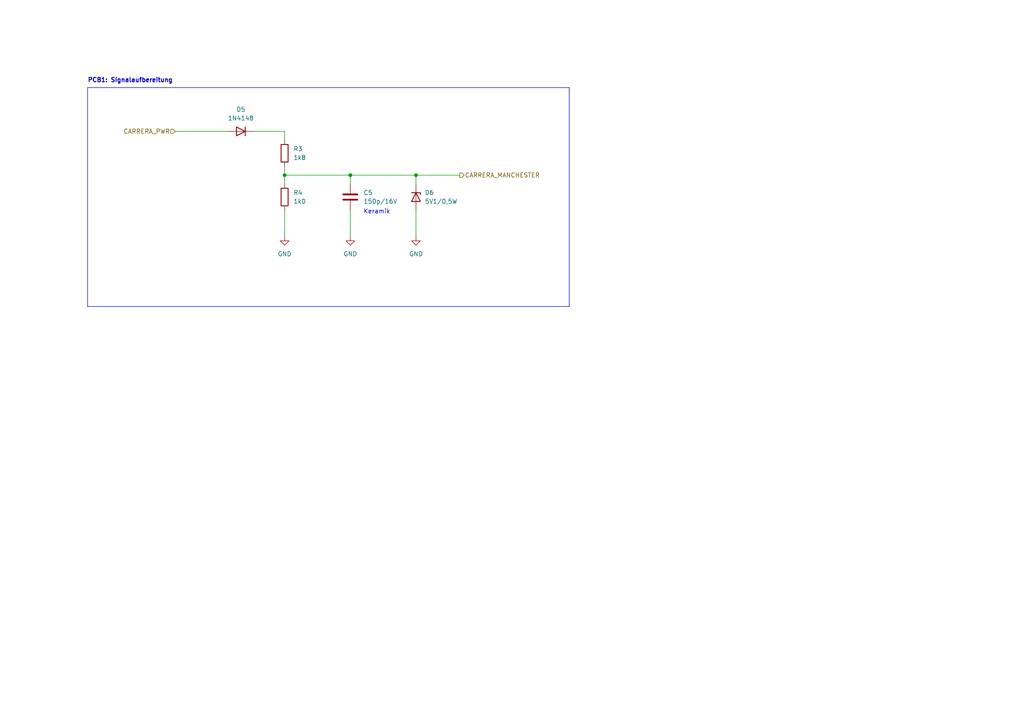
<source format=kicad_sch>
(kicad_sch
	(version 20231120)
	(generator "eeschema")
	(generator_version "8.0")
	(uuid "5f40ccf7-e463-4e25-82ad-9d425aaec523")
	(paper "A4")
	(title_block
		(title "Carrera Start-Ampel \"Bäre(n)keller\"")
		(date "2023-01-10")
		(rev "1.0")
		(company "Andreas Wahl - Welzheim")
		(comment 1 "https://www.andreas-wahl.de/")
		(comment 4 "LICENSE: Attribution-NonCommercial-NoDerivatives 4.0 International (CC BY-NC-ND 4.0) ")
	)
	(lib_symbols
		(symbol "Device:C"
			(pin_numbers hide)
			(pin_names
				(offset 0.254)
			)
			(exclude_from_sim no)
			(in_bom yes)
			(on_board yes)
			(property "Reference" "C"
				(at 0.635 2.54 0)
				(effects
					(font
						(size 1.27 1.27)
					)
					(justify left)
				)
			)
			(property "Value" "C"
				(at 0.635 -2.54 0)
				(effects
					(font
						(size 1.27 1.27)
					)
					(justify left)
				)
			)
			(property "Footprint" ""
				(at 0.9652 -3.81 0)
				(effects
					(font
						(size 1.27 1.27)
					)
					(hide yes)
				)
			)
			(property "Datasheet" "~"
				(at 0 0 0)
				(effects
					(font
						(size 1.27 1.27)
					)
					(hide yes)
				)
			)
			(property "Description" "Unpolarized capacitor"
				(at 0 0 0)
				(effects
					(font
						(size 1.27 1.27)
					)
					(hide yes)
				)
			)
			(property "ki_keywords" "cap capacitor"
				(at 0 0 0)
				(effects
					(font
						(size 1.27 1.27)
					)
					(hide yes)
				)
			)
			(property "ki_fp_filters" "C_*"
				(at 0 0 0)
				(effects
					(font
						(size 1.27 1.27)
					)
					(hide yes)
				)
			)
			(symbol "C_0_1"
				(polyline
					(pts
						(xy -2.032 -0.762) (xy 2.032 -0.762)
					)
					(stroke
						(width 0.508)
						(type default)
					)
					(fill
						(type none)
					)
				)
				(polyline
					(pts
						(xy -2.032 0.762) (xy 2.032 0.762)
					)
					(stroke
						(width 0.508)
						(type default)
					)
					(fill
						(type none)
					)
				)
			)
			(symbol "C_1_1"
				(pin passive line
					(at 0 3.81 270)
					(length 2.794)
					(name "~"
						(effects
							(font
								(size 1.27 1.27)
							)
						)
					)
					(number "1"
						(effects
							(font
								(size 1.27 1.27)
							)
						)
					)
				)
				(pin passive line
					(at 0 -3.81 90)
					(length 2.794)
					(name "~"
						(effects
							(font
								(size 1.27 1.27)
							)
						)
					)
					(number "2"
						(effects
							(font
								(size 1.27 1.27)
							)
						)
					)
				)
			)
		)
		(symbol "Device:D"
			(pin_numbers hide)
			(pin_names
				(offset 1.016) hide)
			(exclude_from_sim no)
			(in_bom yes)
			(on_board yes)
			(property "Reference" "D"
				(at 0 2.54 0)
				(effects
					(font
						(size 1.27 1.27)
					)
				)
			)
			(property "Value" "D"
				(at 0 -2.54 0)
				(effects
					(font
						(size 1.27 1.27)
					)
				)
			)
			(property "Footprint" ""
				(at 0 0 0)
				(effects
					(font
						(size 1.27 1.27)
					)
					(hide yes)
				)
			)
			(property "Datasheet" "~"
				(at 0 0 0)
				(effects
					(font
						(size 1.27 1.27)
					)
					(hide yes)
				)
			)
			(property "Description" "Diode"
				(at 0 0 0)
				(effects
					(font
						(size 1.27 1.27)
					)
					(hide yes)
				)
			)
			(property "Sim.Device" "D"
				(at 0 0 0)
				(effects
					(font
						(size 1.27 1.27)
					)
					(hide yes)
				)
			)
			(property "Sim.Pins" "1=K 2=A"
				(at 0 0 0)
				(effects
					(font
						(size 1.27 1.27)
					)
					(hide yes)
				)
			)
			(property "ki_keywords" "diode"
				(at 0 0 0)
				(effects
					(font
						(size 1.27 1.27)
					)
					(hide yes)
				)
			)
			(property "ki_fp_filters" "TO-???* *_Diode_* *SingleDiode* D_*"
				(at 0 0 0)
				(effects
					(font
						(size 1.27 1.27)
					)
					(hide yes)
				)
			)
			(symbol "D_0_1"
				(polyline
					(pts
						(xy -1.27 1.27) (xy -1.27 -1.27)
					)
					(stroke
						(width 0.254)
						(type default)
					)
					(fill
						(type none)
					)
				)
				(polyline
					(pts
						(xy 1.27 0) (xy -1.27 0)
					)
					(stroke
						(width 0)
						(type default)
					)
					(fill
						(type none)
					)
				)
				(polyline
					(pts
						(xy 1.27 1.27) (xy 1.27 -1.27) (xy -1.27 0) (xy 1.27 1.27)
					)
					(stroke
						(width 0.254)
						(type default)
					)
					(fill
						(type none)
					)
				)
			)
			(symbol "D_1_1"
				(pin passive line
					(at -3.81 0 0)
					(length 2.54)
					(name "K"
						(effects
							(font
								(size 1.27 1.27)
							)
						)
					)
					(number "1"
						(effects
							(font
								(size 1.27 1.27)
							)
						)
					)
				)
				(pin passive line
					(at 3.81 0 180)
					(length 2.54)
					(name "A"
						(effects
							(font
								(size 1.27 1.27)
							)
						)
					)
					(number "2"
						(effects
							(font
								(size 1.27 1.27)
							)
						)
					)
				)
			)
		)
		(symbol "Device:D_Zener"
			(pin_numbers hide)
			(pin_names
				(offset 1.016) hide)
			(exclude_from_sim no)
			(in_bom yes)
			(on_board yes)
			(property "Reference" "D"
				(at 0 2.54 0)
				(effects
					(font
						(size 1.27 1.27)
					)
				)
			)
			(property "Value" "D_Zener"
				(at 0 -2.54 0)
				(effects
					(font
						(size 1.27 1.27)
					)
				)
			)
			(property "Footprint" ""
				(at 0 0 0)
				(effects
					(font
						(size 1.27 1.27)
					)
					(hide yes)
				)
			)
			(property "Datasheet" "~"
				(at 0 0 0)
				(effects
					(font
						(size 1.27 1.27)
					)
					(hide yes)
				)
			)
			(property "Description" "Zener diode"
				(at 0 0 0)
				(effects
					(font
						(size 1.27 1.27)
					)
					(hide yes)
				)
			)
			(property "ki_keywords" "diode"
				(at 0 0 0)
				(effects
					(font
						(size 1.27 1.27)
					)
					(hide yes)
				)
			)
			(property "ki_fp_filters" "TO-???* *_Diode_* *SingleDiode* D_*"
				(at 0 0 0)
				(effects
					(font
						(size 1.27 1.27)
					)
					(hide yes)
				)
			)
			(symbol "D_Zener_0_1"
				(polyline
					(pts
						(xy 1.27 0) (xy -1.27 0)
					)
					(stroke
						(width 0)
						(type default)
					)
					(fill
						(type none)
					)
				)
				(polyline
					(pts
						(xy -1.27 -1.27) (xy -1.27 1.27) (xy -0.762 1.27)
					)
					(stroke
						(width 0.254)
						(type default)
					)
					(fill
						(type none)
					)
				)
				(polyline
					(pts
						(xy 1.27 -1.27) (xy 1.27 1.27) (xy -1.27 0) (xy 1.27 -1.27)
					)
					(stroke
						(width 0.254)
						(type default)
					)
					(fill
						(type none)
					)
				)
			)
			(symbol "D_Zener_1_1"
				(pin passive line
					(at -3.81 0 0)
					(length 2.54)
					(name "K"
						(effects
							(font
								(size 1.27 1.27)
							)
						)
					)
					(number "1"
						(effects
							(font
								(size 1.27 1.27)
							)
						)
					)
				)
				(pin passive line
					(at 3.81 0 180)
					(length 2.54)
					(name "A"
						(effects
							(font
								(size 1.27 1.27)
							)
						)
					)
					(number "2"
						(effects
							(font
								(size 1.27 1.27)
							)
						)
					)
				)
			)
		)
		(symbol "Device:R"
			(pin_numbers hide)
			(pin_names
				(offset 0)
			)
			(exclude_from_sim no)
			(in_bom yes)
			(on_board yes)
			(property "Reference" "R"
				(at 2.032 0 90)
				(effects
					(font
						(size 1.27 1.27)
					)
				)
			)
			(property "Value" "R"
				(at 0 0 90)
				(effects
					(font
						(size 1.27 1.27)
					)
				)
			)
			(property "Footprint" ""
				(at -1.778 0 90)
				(effects
					(font
						(size 1.27 1.27)
					)
					(hide yes)
				)
			)
			(property "Datasheet" "~"
				(at 0 0 0)
				(effects
					(font
						(size 1.27 1.27)
					)
					(hide yes)
				)
			)
			(property "Description" "Resistor"
				(at 0 0 0)
				(effects
					(font
						(size 1.27 1.27)
					)
					(hide yes)
				)
			)
			(property "ki_keywords" "R res resistor"
				(at 0 0 0)
				(effects
					(font
						(size 1.27 1.27)
					)
					(hide yes)
				)
			)
			(property "ki_fp_filters" "R_*"
				(at 0 0 0)
				(effects
					(font
						(size 1.27 1.27)
					)
					(hide yes)
				)
			)
			(symbol "R_0_1"
				(rectangle
					(start -1.016 -2.54)
					(end 1.016 2.54)
					(stroke
						(width 0.254)
						(type default)
					)
					(fill
						(type none)
					)
				)
			)
			(symbol "R_1_1"
				(pin passive line
					(at 0 3.81 270)
					(length 1.27)
					(name "~"
						(effects
							(font
								(size 1.27 1.27)
							)
						)
					)
					(number "1"
						(effects
							(font
								(size 1.27 1.27)
							)
						)
					)
				)
				(pin passive line
					(at 0 -3.81 90)
					(length 1.27)
					(name "~"
						(effects
							(font
								(size 1.27 1.27)
							)
						)
					)
					(number "2"
						(effects
							(font
								(size 1.27 1.27)
							)
						)
					)
				)
			)
		)
		(symbol "power:GND"
			(power)
			(pin_names
				(offset 0)
			)
			(exclude_from_sim no)
			(in_bom yes)
			(on_board yes)
			(property "Reference" "#PWR"
				(at 0 -6.35 0)
				(effects
					(font
						(size 1.27 1.27)
					)
					(hide yes)
				)
			)
			(property "Value" "GND"
				(at 0 -3.81 0)
				(effects
					(font
						(size 1.27 1.27)
					)
				)
			)
			(property "Footprint" ""
				(at 0 0 0)
				(effects
					(font
						(size 1.27 1.27)
					)
					(hide yes)
				)
			)
			(property "Datasheet" ""
				(at 0 0 0)
				(effects
					(font
						(size 1.27 1.27)
					)
					(hide yes)
				)
			)
			(property "Description" "Power symbol creates a global label with name \"GND\" , ground"
				(at 0 0 0)
				(effects
					(font
						(size 1.27 1.27)
					)
					(hide yes)
				)
			)
			(property "ki_keywords" "global power"
				(at 0 0 0)
				(effects
					(font
						(size 1.27 1.27)
					)
					(hide yes)
				)
			)
			(symbol "GND_0_1"
				(polyline
					(pts
						(xy 0 0) (xy 0 -1.27) (xy 1.27 -1.27) (xy 0 -2.54) (xy -1.27 -1.27) (xy 0 -1.27)
					)
					(stroke
						(width 0)
						(type default)
					)
					(fill
						(type none)
					)
				)
			)
			(symbol "GND_1_1"
				(pin power_in line
					(at 0 0 270)
					(length 0) hide
					(name "GND"
						(effects
							(font
								(size 1.27 1.27)
							)
						)
					)
					(number "1"
						(effects
							(font
								(size 1.27 1.27)
							)
						)
					)
				)
			)
		)
	)
	(junction
		(at 101.6 50.8)
		(diameter 0)
		(color 0 0 0 0)
		(uuid "30c92c86-94b2-462c-a22e-a86c921adbf6")
	)
	(junction
		(at 82.55 50.8)
		(diameter 0)
		(color 0 0 0 0)
		(uuid "39e7acb8-6926-4925-b8df-245c91ea36a5")
	)
	(junction
		(at 120.65 50.8)
		(diameter 0)
		(color 0 0 0 0)
		(uuid "46746f9f-477d-412a-abfd-e533dd36ed7b")
	)
	(wire
		(pts
			(xy 82.55 38.1) (xy 82.55 40.64)
		)
		(stroke
			(width 0)
			(type default)
		)
		(uuid "0e076bfc-5c46-45a3-8c05-162cf1a54f8c")
	)
	(polyline
		(pts
			(xy 25.4 25.4) (xy 25.4 88.9)
		)
		(stroke
			(width 0)
			(type default)
		)
		(uuid "38bc7c44-44a9-4a0d-9d0e-46976480ab70")
	)
	(polyline
		(pts
			(xy 25.4 25.4) (xy 165.1 25.4)
		)
		(stroke
			(width 0)
			(type default)
		)
		(uuid "401c7ee3-ebf0-4507-8856-ff8db24d179b")
	)
	(wire
		(pts
			(xy 101.6 60.96) (xy 101.6 68.58)
		)
		(stroke
			(width 0)
			(type default)
		)
		(uuid "481c15a1-ccce-487a-abaa-267ff2f2600f")
	)
	(wire
		(pts
			(xy 82.55 50.8) (xy 82.55 53.34)
		)
		(stroke
			(width 0)
			(type default)
		)
		(uuid "5f8321fe-8d08-4e61-8a5b-0fc2781a9471")
	)
	(wire
		(pts
			(xy 120.65 50.8) (xy 120.65 53.34)
		)
		(stroke
			(width 0)
			(type default)
		)
		(uuid "65b4dc2a-359a-4030-9962-a5c7d76e38b6")
	)
	(wire
		(pts
			(xy 101.6 50.8) (xy 120.65 50.8)
		)
		(stroke
			(width 0)
			(type default)
		)
		(uuid "6c80941f-b775-4286-ad80-d98f1530549f")
	)
	(wire
		(pts
			(xy 120.65 60.96) (xy 120.65 68.58)
		)
		(stroke
			(width 0)
			(type default)
		)
		(uuid "7664434e-0d57-493a-a611-a3f2c112e463")
	)
	(wire
		(pts
			(xy 101.6 50.8) (xy 101.6 53.34)
		)
		(stroke
			(width 0)
			(type default)
		)
		(uuid "7b50fe70-61b2-448d-b569-035bdd152d4b")
	)
	(wire
		(pts
			(xy 82.55 48.26) (xy 82.55 50.8)
		)
		(stroke
			(width 0)
			(type default)
		)
		(uuid "802775a0-a3d4-4a85-9557-6b46fae48d3d")
	)
	(wire
		(pts
			(xy 82.55 60.96) (xy 82.55 68.58)
		)
		(stroke
			(width 0)
			(type default)
		)
		(uuid "a15ed2ce-6bd3-4898-9b77-b49e64badcfe")
	)
	(wire
		(pts
			(xy 73.66 38.1) (xy 82.55 38.1)
		)
		(stroke
			(width 0)
			(type default)
		)
		(uuid "aff1b9fe-0d8b-4116-8b9c-55f5dd2be08d")
	)
	(wire
		(pts
			(xy 120.65 50.8) (xy 133.35 50.8)
		)
		(stroke
			(width 0)
			(type default)
		)
		(uuid "c36eab9c-bce8-49ec-80fc-d8385c32235d")
	)
	(wire
		(pts
			(xy 50.8 38.1) (xy 66.04 38.1)
		)
		(stroke
			(width 0)
			(type default)
		)
		(uuid "d6243ef1-19e0-4d82-96d3-104f9dc0ed19")
	)
	(polyline
		(pts
			(xy 165.1 88.9) (xy 25.4 88.9)
		)
		(stroke
			(width 0)
			(type default)
		)
		(uuid "d730aaae-28a0-45d1-98e9-9e20a2edc133")
	)
	(polyline
		(pts
			(xy 165.1 25.4) (xy 165.1 88.9)
		)
		(stroke
			(width 0)
			(type default)
		)
		(uuid "d7b7e7a1-bdae-4ab8-9b55-27a3c8409cdc")
	)
	(wire
		(pts
			(xy 82.55 50.8) (xy 101.6 50.8)
		)
		(stroke
			(width 0)
			(type default)
		)
		(uuid "edb2bcc4-7c55-4837-9b64-42480408b8f8")
	)
	(text "PCB1: Signalaufbereitung"
		(exclude_from_sim no)
		(at 25.4 24.13 0)
		(effects
			(font
				(size 1.27 1.27)
				(thickness 0.254)
				(bold yes)
			)
			(justify left bottom)
		)
		(uuid "4b770e47-fabb-4e76-93fa-d7617554c6d7")
	)
	(text "Keramik"
		(exclude_from_sim no)
		(at 105.41 62.23 0)
		(effects
			(font
				(size 1.27 1.27)
			)
			(justify left bottom)
		)
		(uuid "7f6fabc5-0bc3-42f1-83ce-fd9c102a7aac")
	)
	(hierarchical_label "CARRERA_MANCHESTER"
		(shape output)
		(at 133.35 50.8 0)
		(fields_autoplaced yes)
		(effects
			(font
				(size 1.27 1.27)
			)
			(justify left)
		)
		(uuid "12b6888b-0c40-455c-a9d4-ef35d7a1e301")
	)
	(hierarchical_label "CARRERA_PWR"
		(shape input)
		(at 50.8 38.1 180)
		(fields_autoplaced yes)
		(effects
			(font
				(size 1.27 1.27)
			)
			(justify right)
		)
		(uuid "5c988bb4-5bd0-44d5-8fdd-025abb49e96f")
	)
	(symbol
		(lib_id "power:GND")
		(at 101.6 68.58 0)
		(unit 1)
		(exclude_from_sim no)
		(in_bom yes)
		(on_board yes)
		(dnp no)
		(fields_autoplaced yes)
		(uuid "15209885-b3b3-41f8-bf2c-355f12c4156b")
		(property "Reference" "#PWR02"
			(at 101.6 74.93 0)
			(effects
				(font
					(size 1.27 1.27)
				)
				(hide yes)
			)
		)
		(property "Value" "GND"
			(at 101.6 73.66 0)
			(effects
				(font
					(size 1.27 1.27)
				)
			)
		)
		(property "Footprint" ""
			(at 101.6 68.58 0)
			(effects
				(font
					(size 1.27 1.27)
				)
				(hide yes)
			)
		)
		(property "Datasheet" ""
			(at 101.6 68.58 0)
			(effects
				(font
					(size 1.27 1.27)
				)
				(hide yes)
			)
		)
		(property "Description" ""
			(at 101.6 68.58 0)
			(effects
				(font
					(size 1.27 1.27)
				)
				(hide yes)
			)
		)
		(pin "1"
			(uuid "a75569c2-ed8d-4832-8fff-3e354cf822e3")
		)
		(instances
			(project "PCB1_Mainboard"
				(path "/8996c1d0-55fd-47da-9d43-474049ef0ba9/c898c771-4900-4588-aaea-04b913e73603"
					(reference "#PWR02")
					(unit 1)
				)
			)
			(project ""
				(path "/e63e39d7-6ac0-4ffd-8aa3-1841a4541b55/3c7225be-0e5f-435d-9f37-bd4538e8d536/c898c771-4900-4588-aaea-04b913e73603"
					(reference "#PWR02")
					(unit 1)
				)
			)
		)
	)
	(symbol
		(lib_id "Device:R")
		(at 82.55 57.15 0)
		(unit 1)
		(exclude_from_sim no)
		(in_bom yes)
		(on_board yes)
		(dnp no)
		(fields_autoplaced yes)
		(uuid "75f91af5-594e-4cbd-9ff8-083845cbd2f9")
		(property "Reference" "R4"
			(at 85.09 55.8799 0)
			(effects
				(font
					(size 1.27 1.27)
				)
				(justify left)
			)
		)
		(property "Value" "1k0"
			(at 85.09 58.4199 0)
			(effects
				(font
					(size 1.27 1.27)
				)
				(justify left)
			)
		)
		(property "Footprint" "Resistor_THT:R_Axial_DIN0207_L6.3mm_D2.5mm_P10.16mm_Horizontal"
			(at 80.772 57.15 90)
			(effects
				(font
					(size 1.27 1.27)
				)
				(hide yes)
			)
		)
		(property "Datasheet" "~"
			(at 82.55 57.15 0)
			(effects
				(font
					(size 1.27 1.27)
				)
				(hide yes)
			)
		)
		(property "Description" ""
			(at 82.55 57.15 0)
			(effects
				(font
					(size 1.27 1.27)
				)
				(hide yes)
			)
		)
		(pin "1"
			(uuid "de206323-40d1-4826-bc30-84bde22231fb")
		)
		(pin "2"
			(uuid "39e1b544-eb73-4417-9fb9-292c826defcf")
		)
		(instances
			(project "PCB1_Mainboard"
				(path "/8996c1d0-55fd-47da-9d43-474049ef0ba9/c898c771-4900-4588-aaea-04b913e73603"
					(reference "R4")
					(unit 1)
				)
			)
			(project ""
				(path "/e63e39d7-6ac0-4ffd-8aa3-1841a4541b55/3c7225be-0e5f-435d-9f37-bd4538e8d536/c898c771-4900-4588-aaea-04b913e73603"
					(reference "R4")
					(unit 1)
				)
			)
		)
	)
	(symbol
		(lib_id "power:GND")
		(at 120.65 68.58 0)
		(unit 1)
		(exclude_from_sim no)
		(in_bom yes)
		(on_board yes)
		(dnp no)
		(fields_autoplaced yes)
		(uuid "7c57f39e-2b66-4412-8067-2fdd64913243")
		(property "Reference" "#PWR03"
			(at 120.65 74.93 0)
			(effects
				(font
					(size 1.27 1.27)
				)
				(hide yes)
			)
		)
		(property "Value" "GND"
			(at 120.65 73.66 0)
			(effects
				(font
					(size 1.27 1.27)
				)
			)
		)
		(property "Footprint" ""
			(at 120.65 68.58 0)
			(effects
				(font
					(size 1.27 1.27)
				)
				(hide yes)
			)
		)
		(property "Datasheet" ""
			(at 120.65 68.58 0)
			(effects
				(font
					(size 1.27 1.27)
				)
				(hide yes)
			)
		)
		(property "Description" ""
			(at 120.65 68.58 0)
			(effects
				(font
					(size 1.27 1.27)
				)
				(hide yes)
			)
		)
		(pin "1"
			(uuid "d28e0652-b048-4fc5-b4f8-a3fb6ec1a3d0")
		)
		(instances
			(project "PCB1_Mainboard"
				(path "/8996c1d0-55fd-47da-9d43-474049ef0ba9/c898c771-4900-4588-aaea-04b913e73603"
					(reference "#PWR03")
					(unit 1)
				)
			)
			(project ""
				(path "/e63e39d7-6ac0-4ffd-8aa3-1841a4541b55/3c7225be-0e5f-435d-9f37-bd4538e8d536/c898c771-4900-4588-aaea-04b913e73603"
					(reference "#PWR03")
					(unit 1)
				)
			)
		)
	)
	(symbol
		(lib_id "Device:R")
		(at 82.55 44.45 0)
		(unit 1)
		(exclude_from_sim no)
		(in_bom yes)
		(on_board yes)
		(dnp no)
		(fields_autoplaced yes)
		(uuid "84e2ba9f-6dbc-4bbc-b8d6-f38320588bed")
		(property "Reference" "R3"
			(at 85.09 43.1799 0)
			(effects
				(font
					(size 1.27 1.27)
				)
				(justify left)
			)
		)
		(property "Value" "1k8"
			(at 85.09 45.7199 0)
			(effects
				(font
					(size 1.27 1.27)
				)
				(justify left)
			)
		)
		(property "Footprint" "Resistor_THT:R_Axial_DIN0207_L6.3mm_D2.5mm_P10.16mm_Horizontal"
			(at 80.772 44.45 90)
			(effects
				(font
					(size 1.27 1.27)
				)
				(hide yes)
			)
		)
		(property "Datasheet" "~"
			(at 82.55 44.45 0)
			(effects
				(font
					(size 1.27 1.27)
				)
				(hide yes)
			)
		)
		(property "Description" ""
			(at 82.55 44.45 0)
			(effects
				(font
					(size 1.27 1.27)
				)
				(hide yes)
			)
		)
		(pin "1"
			(uuid "9190a0cf-678a-4f93-8cc8-6e429a7af434")
		)
		(pin "2"
			(uuid "3bd7c090-9367-4239-af35-28cf57ab120c")
		)
		(instances
			(project "PCB1_Mainboard"
				(path "/8996c1d0-55fd-47da-9d43-474049ef0ba9/c898c771-4900-4588-aaea-04b913e73603"
					(reference "R3")
					(unit 1)
				)
			)
			(project ""
				(path "/e63e39d7-6ac0-4ffd-8aa3-1841a4541b55/3c7225be-0e5f-435d-9f37-bd4538e8d536/c898c771-4900-4588-aaea-04b913e73603"
					(reference "R3")
					(unit 1)
				)
			)
		)
	)
	(symbol
		(lib_id "power:GND")
		(at 82.55 68.58 0)
		(unit 1)
		(exclude_from_sim no)
		(in_bom yes)
		(on_board yes)
		(dnp no)
		(fields_autoplaced yes)
		(uuid "88d6fd3d-d6b6-466a-a480-774e1df1f4f0")
		(property "Reference" "#PWR01"
			(at 82.55 74.93 0)
			(effects
				(font
					(size 1.27 1.27)
				)
				(hide yes)
			)
		)
		(property "Value" "GND"
			(at 82.55 73.66 0)
			(effects
				(font
					(size 1.27 1.27)
				)
			)
		)
		(property "Footprint" ""
			(at 82.55 68.58 0)
			(effects
				(font
					(size 1.27 1.27)
				)
				(hide yes)
			)
		)
		(property "Datasheet" ""
			(at 82.55 68.58 0)
			(effects
				(font
					(size 1.27 1.27)
				)
				(hide yes)
			)
		)
		(property "Description" ""
			(at 82.55 68.58 0)
			(effects
				(font
					(size 1.27 1.27)
				)
				(hide yes)
			)
		)
		(pin "1"
			(uuid "56f12b82-9b38-4e05-8a91-3b782f3acd9d")
		)
		(instances
			(project "PCB1_Mainboard"
				(path "/8996c1d0-55fd-47da-9d43-474049ef0ba9/c898c771-4900-4588-aaea-04b913e73603"
					(reference "#PWR01")
					(unit 1)
				)
			)
			(project ""
				(path "/e63e39d7-6ac0-4ffd-8aa3-1841a4541b55/3c7225be-0e5f-435d-9f37-bd4538e8d536/c898c771-4900-4588-aaea-04b913e73603"
					(reference "#PWR01")
					(unit 1)
				)
			)
		)
	)
	(symbol
		(lib_id "Device:D")
		(at 69.85 38.1 180)
		(unit 1)
		(exclude_from_sim no)
		(in_bom yes)
		(on_board yes)
		(dnp no)
		(fields_autoplaced yes)
		(uuid "c9e38c2d-6b1e-41c1-b910-eb1e78f404a6")
		(property "Reference" "D5"
			(at 69.85 31.75 0)
			(effects
				(font
					(size 1.27 1.27)
				)
			)
		)
		(property "Value" "1N4148"
			(at 69.85 34.29 0)
			(effects
				(font
					(size 1.27 1.27)
				)
			)
		)
		(property "Footprint" "Diode_THT:D_DO-35_SOD27_P10.16mm_Horizontal"
			(at 69.85 38.1 0)
			(effects
				(font
					(size 1.27 1.27)
				)
				(hide yes)
			)
		)
		(property "Datasheet" "~"
			(at 69.85 38.1 0)
			(effects
				(font
					(size 1.27 1.27)
				)
				(hide yes)
			)
		)
		(property "Description" ""
			(at 69.85 38.1 0)
			(effects
				(font
					(size 1.27 1.27)
				)
				(hide yes)
			)
		)
		(property "Sim.Device" "D"
			(at 69.85 38.1 0)
			(effects
				(font
					(size 1.27 1.27)
				)
				(hide yes)
			)
		)
		(property "Sim.Pins" "1=K 2=A"
			(at 69.85 38.1 0)
			(effects
				(font
					(size 1.27 1.27)
				)
				(hide yes)
			)
		)
		(pin "1"
			(uuid "7b6d978c-942a-4777-a4c0-3df7e3ac6292")
		)
		(pin "2"
			(uuid "2a87c015-8383-4b3a-9957-6ed6c66c7afb")
		)
		(instances
			(project "PCB1_Mainboard"
				(path "/8996c1d0-55fd-47da-9d43-474049ef0ba9/c898c771-4900-4588-aaea-04b913e73603"
					(reference "D5")
					(unit 1)
				)
			)
			(project ""
				(path "/e63e39d7-6ac0-4ffd-8aa3-1841a4541b55/3c7225be-0e5f-435d-9f37-bd4538e8d536/c898c771-4900-4588-aaea-04b913e73603"
					(reference "D4")
					(unit 1)
				)
			)
		)
	)
	(symbol
		(lib_id "Device:D_Zener")
		(at 120.65 57.15 270)
		(unit 1)
		(exclude_from_sim no)
		(in_bom yes)
		(on_board yes)
		(dnp no)
		(fields_autoplaced yes)
		(uuid "cc4d1761-1051-4a00-93b3-f4474cd1dad9")
		(property "Reference" "D6"
			(at 123.19 55.8799 90)
			(effects
				(font
					(size 1.27 1.27)
				)
				(justify left)
			)
		)
		(property "Value" "5V1/0,5W"
			(at 123.19 58.4199 90)
			(effects
				(font
					(size 1.27 1.27)
				)
				(justify left)
			)
		)
		(property "Footprint" "Diode_THT:D_DO-35_SOD27_P10.16mm_Horizontal"
			(at 120.65 57.15 0)
			(effects
				(font
					(size 1.27 1.27)
				)
				(hide yes)
			)
		)
		(property "Datasheet" "~"
			(at 120.65 57.15 0)
			(effects
				(font
					(size 1.27 1.27)
				)
				(hide yes)
			)
		)
		(property "Description" ""
			(at 120.65 57.15 0)
			(effects
				(font
					(size 1.27 1.27)
				)
				(hide yes)
			)
		)
		(pin "1"
			(uuid "0fcce428-ff65-4de7-bfd7-0bae45b41303")
		)
		(pin "2"
			(uuid "ab6a73cd-42f1-48b2-95f6-914613ae0247")
		)
		(instances
			(project "PCB1_Mainboard"
				(path "/8996c1d0-55fd-47da-9d43-474049ef0ba9/c898c771-4900-4588-aaea-04b913e73603"
					(reference "D6")
					(unit 1)
				)
			)
			(project ""
				(path "/e63e39d7-6ac0-4ffd-8aa3-1841a4541b55/3c7225be-0e5f-435d-9f37-bd4538e8d536/c898c771-4900-4588-aaea-04b913e73603"
					(reference "D5")
					(unit 1)
				)
			)
		)
	)
	(symbol
		(lib_id "Device:C")
		(at 101.6 57.15 0)
		(unit 1)
		(exclude_from_sim no)
		(in_bom yes)
		(on_board yes)
		(dnp no)
		(fields_autoplaced yes)
		(uuid "f323f636-0637-4e0c-9bf8-28a10619eb0e")
		(property "Reference" "C5"
			(at 105.41 55.8799 0)
			(effects
				(font
					(size 1.27 1.27)
				)
				(justify left)
			)
		)
		(property "Value" "150p/16V"
			(at 105.41 58.4199 0)
			(effects
				(font
					(size 1.27 1.27)
				)
				(justify left)
			)
		)
		(property "Footprint" "Capacitor_THT:C_Disc_D5.0mm_W2.5mm_P5.00mm"
			(at 102.5652 60.96 0)
			(effects
				(font
					(size 1.27 1.27)
				)
				(hide yes)
			)
		)
		(property "Datasheet" "~"
			(at 101.6 57.15 0)
			(effects
				(font
					(size 1.27 1.27)
				)
				(hide yes)
			)
		)
		(property "Description" ""
			(at 101.6 57.15 0)
			(effects
				(font
					(size 1.27 1.27)
				)
				(hide yes)
			)
		)
		(pin "1"
			(uuid "6d8f653c-30a6-441e-9297-1e700ff9b1db")
		)
		(pin "2"
			(uuid "1bd9cba4-931d-4570-8f2b-d66e4ea8873c")
		)
		(instances
			(project "PCB1_Mainboard"
				(path "/8996c1d0-55fd-47da-9d43-474049ef0ba9/c898c771-4900-4588-aaea-04b913e73603"
					(reference "C5")
					(unit 1)
				)
			)
			(project ""
				(path "/e63e39d7-6ac0-4ffd-8aa3-1841a4541b55/3c7225be-0e5f-435d-9f37-bd4538e8d536/c898c771-4900-4588-aaea-04b913e73603"
					(reference "C5")
					(unit 1)
				)
			)
		)
	)
)

</source>
